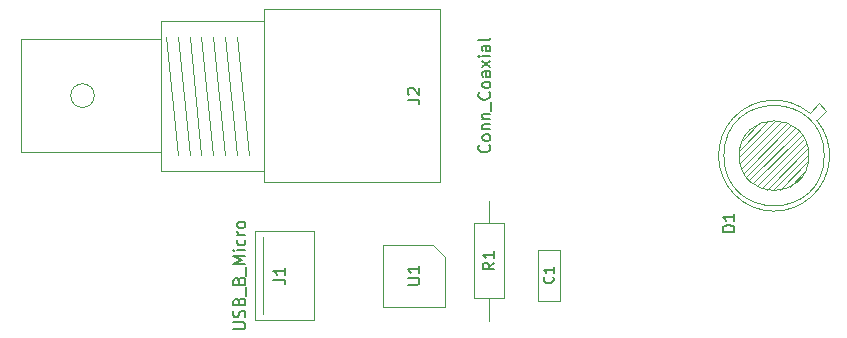
<source format=gbr>
G04 #@! TF.GenerationSoftware,KiCad,Pcbnew,5.1.5-52549c5~84~ubuntu18.04.1*
G04 #@! TF.CreationDate,2020-03-26T09:19:54+00:00*
G04 #@! TF.ProjectId,fast_diode_pcb,66617374-5f64-4696-9f64-655f7063622e,rev?*
G04 #@! TF.SameCoordinates,Original*
G04 #@! TF.FileFunction,Other,Fab,Top*
%FSLAX46Y46*%
G04 Gerber Fmt 4.6, Leading zero omitted, Abs format (unit mm)*
G04 Created by KiCad (PCBNEW 5.1.5-52549c5~84~ubuntu18.04.1) date 2020-03-26 09:19:54*
%MOMM*%
%LPD*%
G04 APERTURE LIST*
%ADD10C,0.100000*%
%ADD11C,0.150000*%
%ADD12C,0.129000*%
G04 APERTURE END LIST*
D10*
X153473520Y-97324592D02*
X154279621Y-96518490D01*
X154279621Y-96518490D02*
X153671510Y-95910379D01*
X153671510Y-95910379D02*
X152865408Y-96716480D01*
X152497000Y-101654000D02*
X151184000Y-102967000D01*
X152771000Y-100815000D02*
X150345000Y-103241000D01*
X152808000Y-100210000D02*
X149740000Y-103278000D01*
X152744000Y-99708000D02*
X149238000Y-103214000D01*
X152615000Y-99272000D02*
X148802000Y-103085000D01*
X152434000Y-98887000D02*
X148417000Y-102904000D01*
X152210000Y-98546000D02*
X148076000Y-102680000D01*
X151946000Y-98244000D02*
X147774000Y-102416000D01*
X151644000Y-97980000D02*
X147510000Y-102114000D01*
X151303000Y-97756000D02*
X147286000Y-101773000D01*
X150918000Y-97575000D02*
X147105000Y-101388000D01*
X150482000Y-97446000D02*
X146976000Y-100952000D01*
X149980000Y-97382000D02*
X146912000Y-100450000D01*
X149375000Y-97419000D02*
X146949000Y-99845000D01*
X148536000Y-97693000D02*
X147223000Y-99006000D01*
X154110000Y-100330000D02*
G75*
G03X154110000Y-100330000I-4250000J0D01*
G01*
X152810000Y-100330000D02*
G75*
G03X152810000Y-100330000I-2950000J0D01*
G01*
X152865319Y-96716406D02*
G75*
G03X153473520Y-97324592I-3005319J-3613594D01*
G01*
X131760000Y-108300000D02*
X129860000Y-108300000D01*
X129860000Y-108300000D02*
X129860000Y-112600000D01*
X129860000Y-112600000D02*
X131760000Y-112600000D01*
X131760000Y-112600000D02*
X131760000Y-108300000D01*
X105870000Y-114240000D02*
X105870000Y-106740000D01*
X110870000Y-114240000D02*
X105870000Y-114240000D01*
X110870000Y-106740000D02*
X110870000Y-114240000D01*
X105870000Y-106740000D02*
X110870000Y-106740000D01*
X106570000Y-107240000D02*
X106570000Y-113740000D01*
X99380000Y-100250000D02*
X98380000Y-90250000D01*
X100380000Y-100250000D02*
X99380000Y-90250000D01*
X101380000Y-100250000D02*
X100380000Y-90250000D01*
X102380000Y-100250000D02*
X101380000Y-90250000D01*
X103380000Y-100250000D02*
X102380000Y-90250000D01*
X104380000Y-100250000D02*
X103380000Y-90250000D01*
X92310000Y-95250000D02*
G75*
G03X92310000Y-95250000I-1000000J0D01*
G01*
X97980000Y-90450000D02*
X86080000Y-90450000D01*
X86080000Y-90450000D02*
X86080000Y-100050000D01*
X86080000Y-100050000D02*
X97980000Y-100050000D01*
X106680000Y-88900000D02*
X97980000Y-88900000D01*
X97980000Y-88900000D02*
X97980000Y-101600000D01*
X97980000Y-101600000D02*
X106680000Y-101600000D01*
X121580000Y-102600000D02*
X121580000Y-87900000D01*
X121580000Y-87900000D02*
X106680000Y-87900000D01*
X106680000Y-87900000D02*
X106680000Y-102600000D01*
X106680000Y-102600000D02*
X121580000Y-102600000D01*
X105380000Y-100250000D02*
X104380000Y-90250000D01*
X126980000Y-106070000D02*
X124480000Y-106070000D01*
X124480000Y-106070000D02*
X124480000Y-112370000D01*
X124480000Y-112370000D02*
X126980000Y-112370000D01*
X126980000Y-112370000D02*
X126980000Y-106070000D01*
X125730000Y-104140000D02*
X125730000Y-106070000D01*
X125730000Y-114300000D02*
X125730000Y-112370000D01*
X121995000Y-108875000D02*
X121995000Y-113105000D01*
X121995000Y-113105000D02*
X116765000Y-113105000D01*
X116765000Y-113105000D02*
X116765000Y-107875000D01*
X116765000Y-107875000D02*
X120995000Y-107875000D01*
X120995000Y-107875000D02*
X121995000Y-108875000D01*
D11*
X146502380Y-106783095D02*
X145502380Y-106783095D01*
X145502380Y-106545000D01*
X145550000Y-106402142D01*
X145645238Y-106306904D01*
X145740476Y-106259285D01*
X145930952Y-106211666D01*
X146073809Y-106211666D01*
X146264285Y-106259285D01*
X146359523Y-106306904D01*
X146454761Y-106402142D01*
X146502380Y-106545000D01*
X146502380Y-106783095D01*
X146502380Y-105259285D02*
X146502380Y-105830714D01*
X146502380Y-105545000D02*
X145502380Y-105545000D01*
X145645238Y-105640238D01*
X145740476Y-105735476D01*
X145788095Y-105830714D01*
D12*
X131117142Y-110593333D02*
X131158095Y-110634285D01*
X131199047Y-110757142D01*
X131199047Y-110839047D01*
X131158095Y-110961904D01*
X131076190Y-111043809D01*
X130994285Y-111084761D01*
X130830476Y-111125714D01*
X130707619Y-111125714D01*
X130543809Y-111084761D01*
X130461904Y-111043809D01*
X130380000Y-110961904D01*
X130339047Y-110839047D01*
X130339047Y-110757142D01*
X130380000Y-110634285D01*
X130420952Y-110593333D01*
X131199047Y-109774285D02*
X131199047Y-110265714D01*
X131199047Y-110020000D02*
X130339047Y-110020000D01*
X130461904Y-110101904D01*
X130543809Y-110183809D01*
X130584761Y-110265714D01*
D11*
X104072380Y-115013809D02*
X104881904Y-115013809D01*
X104977142Y-114966190D01*
X105024761Y-114918571D01*
X105072380Y-114823333D01*
X105072380Y-114632857D01*
X105024761Y-114537619D01*
X104977142Y-114490000D01*
X104881904Y-114442380D01*
X104072380Y-114442380D01*
X105024761Y-114013809D02*
X105072380Y-113870952D01*
X105072380Y-113632857D01*
X105024761Y-113537619D01*
X104977142Y-113490000D01*
X104881904Y-113442380D01*
X104786666Y-113442380D01*
X104691428Y-113490000D01*
X104643809Y-113537619D01*
X104596190Y-113632857D01*
X104548571Y-113823333D01*
X104500952Y-113918571D01*
X104453333Y-113966190D01*
X104358095Y-114013809D01*
X104262857Y-114013809D01*
X104167619Y-113966190D01*
X104120000Y-113918571D01*
X104072380Y-113823333D01*
X104072380Y-113585238D01*
X104120000Y-113442380D01*
X104548571Y-112680476D02*
X104596190Y-112537619D01*
X104643809Y-112490000D01*
X104739047Y-112442380D01*
X104881904Y-112442380D01*
X104977142Y-112490000D01*
X105024761Y-112537619D01*
X105072380Y-112632857D01*
X105072380Y-113013809D01*
X104072380Y-113013809D01*
X104072380Y-112680476D01*
X104120000Y-112585238D01*
X104167619Y-112537619D01*
X104262857Y-112490000D01*
X104358095Y-112490000D01*
X104453333Y-112537619D01*
X104500952Y-112585238D01*
X104548571Y-112680476D01*
X104548571Y-113013809D01*
X105167619Y-112251904D02*
X105167619Y-111490000D01*
X104548571Y-110918571D02*
X104596190Y-110775714D01*
X104643809Y-110728095D01*
X104739047Y-110680476D01*
X104881904Y-110680476D01*
X104977142Y-110728095D01*
X105024761Y-110775714D01*
X105072380Y-110870952D01*
X105072380Y-111251904D01*
X104072380Y-111251904D01*
X104072380Y-110918571D01*
X104120000Y-110823333D01*
X104167619Y-110775714D01*
X104262857Y-110728095D01*
X104358095Y-110728095D01*
X104453333Y-110775714D01*
X104500952Y-110823333D01*
X104548571Y-110918571D01*
X104548571Y-111251904D01*
X105167619Y-110490000D02*
X105167619Y-109728095D01*
X105072380Y-109490000D02*
X104072380Y-109490000D01*
X104786666Y-109156666D01*
X104072380Y-108823333D01*
X105072380Y-108823333D01*
X105072380Y-108347142D02*
X104405714Y-108347142D01*
X104072380Y-108347142D02*
X104120000Y-108394761D01*
X104167619Y-108347142D01*
X104120000Y-108299523D01*
X104072380Y-108347142D01*
X104167619Y-108347142D01*
X105024761Y-107442380D02*
X105072380Y-107537619D01*
X105072380Y-107728095D01*
X105024761Y-107823333D01*
X104977142Y-107870952D01*
X104881904Y-107918571D01*
X104596190Y-107918571D01*
X104500952Y-107870952D01*
X104453333Y-107823333D01*
X104405714Y-107728095D01*
X104405714Y-107537619D01*
X104453333Y-107442380D01*
X105072380Y-107013809D02*
X104405714Y-107013809D01*
X104596190Y-107013809D02*
X104500952Y-106966190D01*
X104453333Y-106918571D01*
X104405714Y-106823333D01*
X104405714Y-106728095D01*
X105072380Y-106251904D02*
X105024761Y-106347142D01*
X104977142Y-106394761D01*
X104881904Y-106442380D01*
X104596190Y-106442380D01*
X104500952Y-106394761D01*
X104453333Y-106347142D01*
X104405714Y-106251904D01*
X104405714Y-106109047D01*
X104453333Y-106013809D01*
X104500952Y-105966190D01*
X104596190Y-105918571D01*
X104881904Y-105918571D01*
X104977142Y-105966190D01*
X105024761Y-106013809D01*
X105072380Y-106109047D01*
X105072380Y-106251904D01*
X107472380Y-110823333D02*
X108186666Y-110823333D01*
X108329523Y-110870952D01*
X108424761Y-110966190D01*
X108472380Y-111109047D01*
X108472380Y-111204285D01*
X108472380Y-109823333D02*
X108472380Y-110394761D01*
X108472380Y-110109047D02*
X107472380Y-110109047D01*
X107615238Y-110204285D01*
X107710476Y-110299523D01*
X107758095Y-110394761D01*
X125737142Y-99440476D02*
X125784761Y-99488095D01*
X125832380Y-99630952D01*
X125832380Y-99726190D01*
X125784761Y-99869047D01*
X125689523Y-99964285D01*
X125594285Y-100011904D01*
X125403809Y-100059523D01*
X125260952Y-100059523D01*
X125070476Y-100011904D01*
X124975238Y-99964285D01*
X124880000Y-99869047D01*
X124832380Y-99726190D01*
X124832380Y-99630952D01*
X124880000Y-99488095D01*
X124927619Y-99440476D01*
X125832380Y-98869047D02*
X125784761Y-98964285D01*
X125737142Y-99011904D01*
X125641904Y-99059523D01*
X125356190Y-99059523D01*
X125260952Y-99011904D01*
X125213333Y-98964285D01*
X125165714Y-98869047D01*
X125165714Y-98726190D01*
X125213333Y-98630952D01*
X125260952Y-98583333D01*
X125356190Y-98535714D01*
X125641904Y-98535714D01*
X125737142Y-98583333D01*
X125784761Y-98630952D01*
X125832380Y-98726190D01*
X125832380Y-98869047D01*
X125165714Y-98107142D02*
X125832380Y-98107142D01*
X125260952Y-98107142D02*
X125213333Y-98059523D01*
X125165714Y-97964285D01*
X125165714Y-97821428D01*
X125213333Y-97726190D01*
X125308571Y-97678571D01*
X125832380Y-97678571D01*
X125165714Y-97202380D02*
X125832380Y-97202380D01*
X125260952Y-97202380D02*
X125213333Y-97154761D01*
X125165714Y-97059523D01*
X125165714Y-96916666D01*
X125213333Y-96821428D01*
X125308571Y-96773809D01*
X125832380Y-96773809D01*
X125927619Y-96535714D02*
X125927619Y-95773809D01*
X125737142Y-94964285D02*
X125784761Y-95011904D01*
X125832380Y-95154761D01*
X125832380Y-95250000D01*
X125784761Y-95392857D01*
X125689523Y-95488095D01*
X125594285Y-95535714D01*
X125403809Y-95583333D01*
X125260952Y-95583333D01*
X125070476Y-95535714D01*
X124975238Y-95488095D01*
X124880000Y-95392857D01*
X124832380Y-95250000D01*
X124832380Y-95154761D01*
X124880000Y-95011904D01*
X124927619Y-94964285D01*
X125832380Y-94392857D02*
X125784761Y-94488095D01*
X125737142Y-94535714D01*
X125641904Y-94583333D01*
X125356190Y-94583333D01*
X125260952Y-94535714D01*
X125213333Y-94488095D01*
X125165714Y-94392857D01*
X125165714Y-94250000D01*
X125213333Y-94154761D01*
X125260952Y-94107142D01*
X125356190Y-94059523D01*
X125641904Y-94059523D01*
X125737142Y-94107142D01*
X125784761Y-94154761D01*
X125832380Y-94250000D01*
X125832380Y-94392857D01*
X125832380Y-93202380D02*
X125308571Y-93202380D01*
X125213333Y-93250000D01*
X125165714Y-93345238D01*
X125165714Y-93535714D01*
X125213333Y-93630952D01*
X125784761Y-93202380D02*
X125832380Y-93297619D01*
X125832380Y-93535714D01*
X125784761Y-93630952D01*
X125689523Y-93678571D01*
X125594285Y-93678571D01*
X125499047Y-93630952D01*
X125451428Y-93535714D01*
X125451428Y-93297619D01*
X125403809Y-93202380D01*
X125832380Y-92821428D02*
X125165714Y-92297619D01*
X125165714Y-92821428D02*
X125832380Y-92297619D01*
X125832380Y-91916666D02*
X125165714Y-91916666D01*
X124832380Y-91916666D02*
X124880000Y-91964285D01*
X124927619Y-91916666D01*
X124880000Y-91869047D01*
X124832380Y-91916666D01*
X124927619Y-91916666D01*
X125832380Y-91011904D02*
X125308571Y-91011904D01*
X125213333Y-91059523D01*
X125165714Y-91154761D01*
X125165714Y-91345238D01*
X125213333Y-91440476D01*
X125784761Y-91011904D02*
X125832380Y-91107142D01*
X125832380Y-91345238D01*
X125784761Y-91440476D01*
X125689523Y-91488095D01*
X125594285Y-91488095D01*
X125499047Y-91440476D01*
X125451428Y-91345238D01*
X125451428Y-91107142D01*
X125403809Y-91011904D01*
X125832380Y-90392857D02*
X125784761Y-90488095D01*
X125689523Y-90535714D01*
X124832380Y-90535714D01*
X118832380Y-95583333D02*
X119546666Y-95583333D01*
X119689523Y-95630952D01*
X119784761Y-95726190D01*
X119832380Y-95869047D01*
X119832380Y-95964285D01*
X118927619Y-95154761D02*
X118880000Y-95107142D01*
X118832380Y-95011904D01*
X118832380Y-94773809D01*
X118880000Y-94678571D01*
X118927619Y-94630952D01*
X119022857Y-94583333D01*
X119118095Y-94583333D01*
X119260952Y-94630952D01*
X119832380Y-95202380D01*
X119832380Y-94583333D01*
X126182380Y-109386666D02*
X125706190Y-109720000D01*
X126182380Y-109958095D02*
X125182380Y-109958095D01*
X125182380Y-109577142D01*
X125230000Y-109481904D01*
X125277619Y-109434285D01*
X125372857Y-109386666D01*
X125515714Y-109386666D01*
X125610952Y-109434285D01*
X125658571Y-109481904D01*
X125706190Y-109577142D01*
X125706190Y-109958095D01*
X126182380Y-108434285D02*
X126182380Y-109005714D01*
X126182380Y-108720000D02*
X125182380Y-108720000D01*
X125325238Y-108815238D01*
X125420476Y-108910476D01*
X125468095Y-109005714D01*
X118832380Y-111251904D02*
X119641904Y-111251904D01*
X119737142Y-111204285D01*
X119784761Y-111156666D01*
X119832380Y-111061428D01*
X119832380Y-110870952D01*
X119784761Y-110775714D01*
X119737142Y-110728095D01*
X119641904Y-110680476D01*
X118832380Y-110680476D01*
X119832380Y-109680476D02*
X119832380Y-110251904D01*
X119832380Y-109966190D02*
X118832380Y-109966190D01*
X118975238Y-110061428D01*
X119070476Y-110156666D01*
X119118095Y-110251904D01*
M02*

</source>
